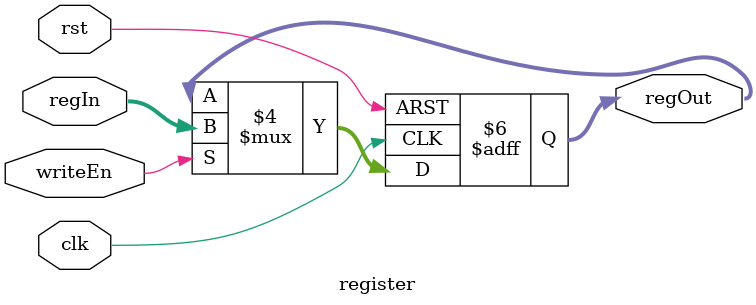
<source format=v>
module register (input clk, rst, writeEn,input [31:0] regIn,output reg [31:0] regOut);
  always @ (posedge clk, posedge rst) begin
    if (rst == 1'b1) regOut <= 32'b0;
    else begin if (writeEn == 1'b1) begin regOut <= regIn; end end
  end
endmodule
</source>
